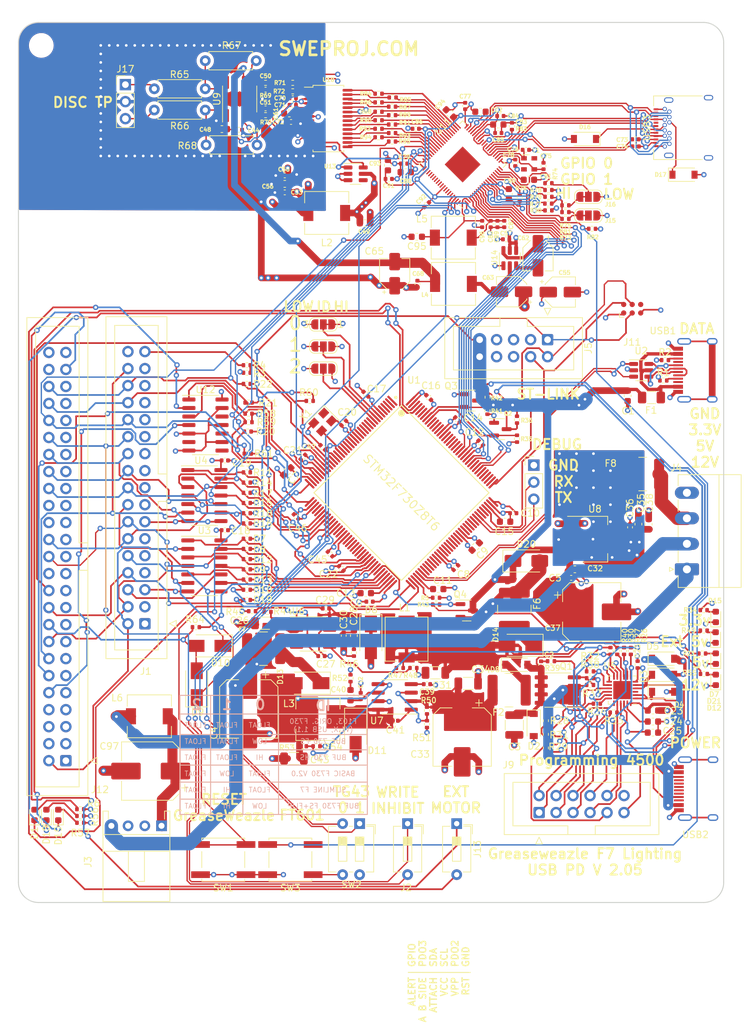
<source format=kicad_pcb>
(kicad_pcb
	(version 20240108)
	(generator "pcbnew")
	(generator_version "8.0")
	(general
		(thickness 1.6)
		(legacy_teardrops no)
	)
	(paper "E")
	(title_block
		(title "Greaseweazle F7 Lighting, USB PD")
		(date "2024-08-25")
		(rev "2.04")
		(company "SweProj.com")
	)
	(layers
		(0 "F.Cu" signal)
		(1 "In1.Cu" power)
		(2 "In2.Cu" power)
		(31 "B.Cu" signal)
		(32 "B.Adhes" user "B.Adhesive")
		(33 "F.Adhes" user "F.Adhesive")
		(34 "B.Paste" user)
		(35 "F.Paste" user)
		(36 "B.SilkS" user "B.Silkscreen")
		(37 "F.SilkS" user "F.Silkscreen")
		(38 "B.Mask" user)
		(39 "F.Mask" user)
		(40 "Dwgs.User" user "User.Drawings")
		(41 "Cmts.User" user "User.Comments")
		(42 "Eco1.User" user "User.Eco1")
		(43 "Eco2.User" user "User.Eco2")
		(44 "Edge.Cuts" user)
		(45 "Margin" user)
		(46 "B.CrtYd" user "B.Courtyard")
		(47 "F.CrtYd" user "F.Courtyard")
		(48 "B.Fab" user)
		(49 "F.Fab" user)
	)
	(setup
		(stackup
			(layer "F.SilkS"
				(type "Top Silk Screen")
			)
			(layer "F.Paste"
				(type "Top Solder Paste")
			)
			(layer "F.Mask"
				(type "Top Solder Mask")
				(thickness 0.01)
			)
			(layer "F.Cu"
				(type "copper")
				(thickness 0.035)
			)
			(layer "dielectric 1"
				(type "core")
				(thickness 0.48)
				(material "FR4")
				(epsilon_r 4.5)
				(loss_tangent 0.02)
			)
			(layer "In1.Cu"
				(type "copper")
				(thickness 0.035)
			)
			(layer "dielectric 2"
				(type "prepreg")
				(thickness 0.48)
				(material "FR4")
				(epsilon_r 4.5)
				(loss_tangent 0.02)
			)
			(layer "In2.Cu"
				(type "copper")
				(thickness 0.035)
			)
			(layer "dielectric 3"
				(type "core")
				(thickness 0.48)
				(material "FR4")
				(epsilon_r 4.5)
				(loss_tangent 0.02)
			)
			(layer "B.Cu"
				(type "copper")
				(thickness 0.035)
			)
			(layer "B.Mask"
				(type "Bottom Solder Mask")
				(thickness 0.01)
			)
			(layer "B.Paste"
				(type "Bottom Solder Paste")
			)
			(layer "B.SilkS"
				(type "Bottom Silk Screen")
			)
			(copper_finish "None")
			(dielectric_constraints no)
		)
		(pad_to_mask_clearance 0)
		(allow_soldermask_bridges_in_footprints no)
		(pcbplotparams
			(layerselection 0x00010fc_ffffffff)
			(plot_on_all_layers_selection 0x0000000_00000000)
			(disableapertmacros no)
			(usegerberextensions no)
			(usegerberattributes yes)
			(usegerberadvancedattributes yes)
			(creategerberjobfile yes)
			(dashed_line_dash_ratio 12.000000)
			(dashed_line_gap_ratio 3.000000)
			(svgprecision 6)
			(plotframeref no)
			(viasonmask no)
			(mode 1)
			(useauxorigin no)
			(hpglpennumber 1)
			(hpglpenspeed 20)
			(hpglpendiameter 15.000000)
			(pdf_front_fp_property_popups yes)
			(pdf_back_fp_property_popups yes)
			(dxfpolygonmode yes)
			(dxfimperialunits yes)
			(dxfusepcbnewfont yes)
			(psnegative no)
			(psa4output no)
			(plotreference yes)
			(plotvalue yes)
			(plotfptext yes)
			(plotinvisibletext no)
			(sketchpadsonfab no)
			(subtractmaskfromsilk no)
			(outputformat 1)
			(mirror no)
			(drillshape 0)
			(scaleselection 1)
			(outputdirectory "Greaseweazle_V1.01")
		)
	)
	(net 0 "")
	(net 1 "Net-(D2-K)")
	(net 2 "Net-(C2-Pad2)")
	(net 3 "Net-(U1A-VDD12OTGHS)")
	(net 4 "+12V")
	(net 5 "+3V3")
	(net 6 "+5VA")
	(net 7 "Net-(U1A-VCAP_1)")
	(net 8 "Net-(U1A-VCAP_2)")
	(net 9 "Net-(U5-VREG_2V7)")
	(net 10 "/Power_USB/USB_POWER")
	(net 11 "Net-(U5-VREG_1V2)")
	(net 12 "Net-(U6-SS)")
	(net 13 "Net-(U6-COMP)")
	(net 14 "Net-(C28-Pad2)")
	(net 15 "Net-(D6-K)")
	(net 16 "Net-(U6-BOOT)")
	(net 17 "Net-(D14-A)")
	(net 18 "Net-(U7-SS)")
	(net 19 "+24V")
	(net 20 "+5V")
	(net 21 "Net-(U7-COMP)")
	(net 22 "Net-(D11-K)")
	(net 23 "Net-(C40-Pad2)")
	(net 24 "Net-(U7-BOOT)")
	(net 25 "Net-(D13-A)")
	(net 26 "Net-(U10-SENSE)")
	(net 27 "Net-(U10-VIN+)")
	(net 28 "Net-(U10-VIN-)")
	(net 29 "/LED1")
	(net 30 "/Power_USB/CC2")
	(net 31 "/Power_USB/CC1")
	(net 32 "Net-(U10-REFT)")
	(net 33 "Net-(U10-REFB)")
	(net 34 "Net-(U14-CAP+)")
	(net 35 "Net-(U14-CAP-)")
	(net 36 "Net-(U14-OUT)")
	(net 37 "Net-(U11-T0DN)")
	(net 38 "Net-(U11-T0DP)")
	(net 39 "/~{RDY}")
	(net 40 "/~{WR_PROT}")
	(net 41 "/~{TRK_00}")
	(net 42 "/~{INDEX}")
	(net 43 "Net-(U11-XI)")
	(net 44 "Net-(U11-XO)")
	(net 45 "/SWDIO")
	(net 46 "/SWCLK")
	(net 47 "/ID2")
	(net 48 "Net-(J3-Pin_1)")
	(net 49 "/Power_USB/RST")
	(net 50 "/Power_USB/POWER_PDO2")
	(net 51 "VPP")
	(net 52 "/Power_USB/SCL")
	(net 53 "/Power_USB/SDA")
	(net 54 "/Power_USB/ATTACH")
	(net 55 "/Power_USB/POWER_PDO3")
	(net 56 "/Power_USB/A_B_SIDE")
	(net 57 "/Power_USB/GPIO")
	(net 58 "/Power_USB/ALERT")
	(net 59 "Net-(D1-A)")
	(net 60 "Net-(D7-A)")
	(net 61 "Net-(D8-K)")
	(net 62 "/~{FLIPPY}")
	(net 63 "Net-(D12-A)")
	(net 64 "/~{DENS}")
	(net 65 "/SPARE1")
	(net 66 "/SPARE2")
	(net 67 "/~{M0}")
	(net 68 "/~{DS1}")
	(net 69 "/~{DS0}")
	(net 70 "/~{DIR}")
	(net 71 "/~{STEP}")
	(net 72 "/~{WR_DAT}")
	(net 73 "/~{WR_GATE}")
	(net 74 "/~{SIDE}")
	(net 75 "Net-(D13-K)")
	(net 76 "Net-(D14-K)")
	(net 77 "Net-(D15-A)")
	(net 78 "Net-(D16-K)")
	(net 79 "Net-(D17-K)")
	(net 80 "Net-(U2-VBUS)")
	(net 81 "Net-(J4-Pin_3)")
	(net 82 "/~{M1}")
	(net 83 "/USB_D+")
	(net 84 "/USB_D-")
	(net 85 "Net-(J1-Pin_6)")
	(net 86 "Net-(J1-Pin_33)")
	(net 87 "unconnected-(J5-Pin_3-Pad3)")
	(net 88 "nRST")
	(net 89 "/RX")
	(net 90 "/TX")
	(net 91 "unconnected-(J11-Pin_6-Pad6)")
	(net 92 "unconnected-(J12-Pin_4-Pad4)")
	(net 93 "unconnected-(J12-Pin_6-Pad6)")
	(net 94 "unconnected-(J12-Pin_8-Pad8)")
	(net 95 "/~{FD2S}")
	(net 96 "/~{DC}")
	(net 97 "unconnected-(J12-Pin_24-Pad24)")
	(net 98 "/~{DISKCHANGE}")
	(net 99 "/~{DRIVE2}")
	(net 100 "/~{DRIVE3}")
	(net 101 "unconnected-(J12-Pin_50-Pad50)")
	(net 102 "Net-(J15-Pin_1)")
	(net 103 "Net-(J16-Pin_1)")
	(net 104 "Net-(J17-Pin_1)")
	(net 105 "Net-(J17-Pin_3)")
	(net 106 "/BE_0")
	(net 107 "Net-(Q1-G)")
	(net 108 "Net-(USB1-CC1)")
	(net 109 "Net-(USB1-CC2)")
	(net 110 "Net-(U1A-OTG_HS_REXT)")
	(net 111 "Net-(U5-VBUS_VS_DISCH)")
	(net 112 "Net-(U5-VBUS_EN_SNK)")
	(net 113 "/AD_USB/TX+")
	(net 114 "Net-(U5-DISCH)")
	(net 115 "Net-(U6-EN)")
	(net 116 "Net-(U6-VSENSE)")
	(net 117 "Net-(U7-EN)")
	(net 118 "Net-(U7-VSENSE)")
	(net 119 "Net-(U9-+IN)")
	(net 120 "Net-(U9--IN)")
	(net 121 "Net-(U9--OUT)")
	(net 122 "Net-(U9-+OUT)")
	(net 123 "Net-(U10-MODE)")
	(net 124 "Net-(U11-GPIO0)")
	(net 125 "Net-(U11-GPIO1)")
	(net 126 "Net-(U11-WAKEUP_N)")
	(net 127 "Net-(U11-SIWU_N)")
	(net 128 "Net-(U11-OE_N)")
	(net 129 "Net-(U11-RD_N)")
	(net 130 "Net-(U11-WR_N)")
	(net 131 "Net-(U11-RREF)")
	(net 132 "Net-(U11-DATA_0)")
	(net 133 "Net-(U11-DATA_1)")
	(net 134 "Net-(U11-DATA_2)")
	(net 135 "Net-(U11-DATA_3)")
	(net 136 "Net-(U11-DATA_4)")
	(net 137 "Net-(U11-DATA_5)")
	(net 138 "Net-(U11-DATA_6)")
	(net 139 "Net-(U11-DATA_7)")
	(net 140 "Net-(U11-DATA_8)")
	(net 141 "Net-(U11-DATA_9)")
	(net 142 "Net-(U11-DATA_10)")
	(net 143 "Net-(U11-DATA_11)")
	(net 144 "unconnected-(U1C-PE2-Pad1)")
	(net 145 "unconnected-(U1C-PE3-Pad2)")
	(net 146 "unconnected-(U1C-PE4-Pad3)")
	(net 147 "unconnected-(U1C-PE5-Pad4)")
	(net 148 "unconnected-(U1C-PE6-Pad5)")
	(net 149 "unconnected-(U1C-PF0-Pad10)")
	(net 150 "unconnected-(U1C-PF1-Pad11)")
	(net 151 "unconnected-(U1C-PF2-Pad12)")
	(net 152 "unconnected-(U1C-PF3-Pad13)")
	(net 153 "unconnected-(U1C-PF4-Pad14)")
	(net 154 "unconnected-(U1C-PF5-Pad15)")
	(net 155 "unconnected-(U1C-PF6-Pad18)")
	(net 156 "unconnected-(U1C-PF7-Pad19)")
	(net 157 "unconnected-(U1C-PF8-Pad20)")
	(net 158 "unconnected-(U1C-PF9-Pad21)")
	(net 159 "unconnected-(U1C-PF10-Pad22)")
	(net 160 "Net-(U1C-PH0)")
	(net 161 "unconnected-(U1C-PH1-Pad24)")
	(net 162 "unconnected-(U1B-PC0-Pad26)")
	(net 163 "unconnected-(U1B-PA4-Pad40)")
	(net 164 "unconnected-(U1B-PA5-Pad41)")
	(net 165 "unconnected-(U1B-PC5-Pad45)")
	(net 166 "unconnected-(U1C-PF11-Pad49)")
	(net 167 "unconnected-(U1C-PF12-Pad50)")
	(net 168 "unconnected-(U1C-PF13-Pad53)")
	(net 169 "unconnected-(U1C-PF14-Pad54)")
	(net 170 "unconnected-(U1C-PF15-Pad55)")
	(net 171 "unconnected-(U1C-PG0-Pad56)")
	(net 172 "unconnected-(U1C-PG1-Pad57)")
	(net 173 "unconnected-(U1C-PE7-Pad58)")
	(net 174 "unconnected-(U1C-PE8-Pad59)")
	(net 175 "unconnected-(J12-Pin_43-Pad43)")
	(net 176 "/~{EXT_MOTOR}")
	(net 177 "unconnected-(U1B-PD8-Pad79)")
	(net 178 "unconnected-(U1B-PD9-Pad80)")
	(net 179 "unconnected-(U1B-PD10-Pad81)")
	(net 180 "SCL_3V3")
	(net 181 "SDA_3V3")
	(net 182 "/P_STUSB")
	(net 183 "/~{MOTOR_EN}")
	(net 184 "unconnected-(U1B-PD11-Pad82)")
	(net 185 "unconnected-(U1B-PD12-Pad83)")
	(net 186 "unconnected-(U1B-PD13-Pad84)")
	(net 187 "unconnected-(U1B-PD14-Pad87)")
	(net 188 "unconnected-(U1B-PD15-Pad88)")
	(net 189 "unconnected-(U1C-PG2-Pad89)")
	(net 190 "unconnected-(U1C-PG3-Pad90)")
	(net 191 "unconnected-(U1C-PG4-Pad91)")
	(net 192 "unconnected-(U1C-PG5-Pad92)")
	(net 193 "unconnected-(U1C-PG8-Pad93)")
	(net 194 "unconnected-(U1B-PC6-Pad96)")
	(net 195 "unconnected-(U1B-PC7-Pad97)")
	(net 196 "unconnected-(U1B-PC8-Pad98)")
	(net 197 "unconnected-(U1B-PC9-Pad99)")
	(net 198 "unconnected-(U1B-PA8-Pad100)")
	(net 199 "unconnected-(U1B-PA11-Pad103)")
	(net 200 "unconnected-(U1B-PA12-Pad104)")
	(net 201 "unconnected-(U1B-PA15-Pad110)")
	(net 202 "unconnected-(U1B-PC10-Pad111)")
	(net 203 "unconnected-(U1B-PC11-Pad112)")
	(net 204 "/BE_1")
	(net 205 "/BE_2")
	(net 206 "/BE_3")
	(net 207 "/TXE_N")
	(net 208 "+3.3VADC")
	(net 209 "unconnected-(U1B-PC12-Pad113)")
	(net 210 "unconnected-(U1B-PD0-Pad114)")
	(net 211 "-3V3")
	(net 212 "/~{DENSEL}")
	(net 213 "/INUSE")
	(net 214 "/~{M0_EN}")
	(net 215 "/~{DRIVE1}")
	(net 216 "/~{DRIVE0}")
	(net 217 "/~{M1_EN}")
	(net 218 "/~{DIRECTION}")
	(net 219 "/~{STEPS}")
	(net 220 "/~{WR_DATA}")
	(net 221 "/~{WR_GATE_OUT}")
	(net 222 "/~{SIDE_SEL}")
	(net 223 "unconnected-(U1B-PD3-Pad117)")
	(net 224 "/RXE_N")
	(net 225 "unconnected-(U1C-PG9-Pad124)")
	(net 226 "Net-(J2-Pad2)")
	(net 227 "unconnected-(U1C-PG10-Pad125)")
	(net 228 "unconnected-(U1C-PG11-Pad126)")
	(net 229 "unconnected-(U1C-PG12-Pad127)")
	(net 230 "unconnected-(U1C-PG13-Pad128)")
	(net 231 "unconnected-(U1C-PG14-Pad129)")
	(net 232 "unconnected-(U1C-PG15-Pad132)")
	(net 233 "unconnected-(U1B-PB3-Pad133)")
	(net 234 "/AD_USB/D+")
	(net 235 "/AD_USB/D-")
	(net 236 "/AD_USB/RX-")
	(net 237 "unconnected-(U1B-PB4-Pad134)")
	(net 238 "unconnected-(U1B-PB5-Pad135)")
	(net 239 "/~{RD_DATA}")
	(net 240 "/PA0")
	(net 241 "/PA1")
	(net 242 "/AD/CLK_60MHz")
	(net 243 "/PA2")
	(net 244 "/PA3")
	(net 245 "unconnected-(U1B-PB8-Pad139)")
	(net 246 "unconnected-(U1B-PB9-Pad140)")
	(net 247 "/PA4")
	(net 248 "/PA5")
	(net 249 "/PA6")
	(net 250 "/PA7")
	(net 251 "/PA8")
	(net 252 "/PA9")
	(net 253 "/PA10")
	(net 254 "/PA11")
	(net 255 "unconnected-(Y1-Pad2)")
	(net 256 "unconnected-(Y1-Pad4)")
	(net 257 "/~{TG43_0}")
	(net 258 "/~{TG43_1}")
	(net 259 "/AD_USB/RX+")
	(net 260 "/LED2")
	(net 261 "/LED3")
	(net 262 "Net-(USB1-DP1)")
	(net 263 "Net-(USB1-DN1)")
	(net 264 "unconnected-(U5-NC-Pad3)")
	(net 265 "/AD_USB/VD10")
	(net 266 "/AD_USB/VCCIO")
	(net 267 "/AD_USB/AVDD")
	(net 268 "unconnected-(U9-NC-Pad7)")
	(net 269 "unconnected-(U10-OTR-Pad1)")
	(net 270 "Net-(U11-CLK)")
	(net 271 "unconnected-(U11-DATA_16-Pad60)")
	(net 272 "/AD_USB/FT_RST")
	(net 273 "GND")
	(net 274 "unconnected-(U13-Pad4)")
	(net 275 "unconnected-(U11-DATA_17-Pad61)")
	(net 276 "unconnected-(U11-DATA_18-Pad62)")
	(net 277 "unconnected-(U11-DATA_19-Pad63)")
	(net 278 "unconnected-(U11-DATA_20-Pad64)")
	(net 279 "unconnected-(U11-DATA_21-Pad65)")
	(net 280 "unconnected-(U11-DATA_22-Pad66)")
	(net 281 "unconnected-(U11-DATA_23-Pad67)")
	(net 282 "unconnected-(U11-DATA_24-Pad69)")
	(net 283 "unconnected-(U11-DATA_25-Pad70)")
	(net 284 "unconnected-(U11-DATA_26-Pad71)")
	(net 285 "unconnected-(U11-DATA_27-Pad72)")
	(net 286 "unconnected-(U11-DATA_31-Pad76)")
	(net 287 "unconnected-(U11-EXP-Pad77)")
	(net 288 "unconnected-(USB1-SBU2-Pad3)")
	(net 289 "unconnected-(USB1-SBU1-Pad9)")
	(net 290 "unconnected-(USB1-SHIELD-Pad13)")
	(net 291 "unconnected-(USB2-SBU2-Pad3)")
	(net 292 "unconnected-(USB2-DN2-Pad5)")
	(net 293 "unconnected-(USB2-DP1-Pad6)")
	(net 294 "unconnected-(USB2-DN1-Pad7)")
	(net 295 "unconnected-(USB2-DP2-Pad8)")
	(net 296 "unconnected-(USB2-SBU1-Pad9)")
	(net 297 "unconnected-(USB3-SBU1-PadA8)")
	(net 298 "unconnected-(USB3-SBU2-PadB8)")
	(net 299 "/AD_USB/VBUS")
	(net 300 "/AD_USB/TX-")
	(net 301 "unconnected-(X1-Tri-State-Pad1)")
	(net 302 "Net-(D18-A)")
	(net 303 "Net-(D19-A)")
	(net 304 "Net-(J13-Pad2)")
	(net 305 "/~{MOTOR2}")
	(net 306 "/~{FD2}")
	(net 307 "unconnected-(U12-Pad6)")
	(net 308 "unconnected-(U12-Pad8)")
	(net 309 "unconnected-(U12-Pad10)")
	(net 310 "unconnected-(U12-Pad12)")
	(net 311 "unconnected-(J12-Pin_48-Pad48)")
	(net 312 "Net-(D21-A)")
	(net 313 "unconnected-(USB1-SHIELD-Pad13)_1")
	(net 314 "unconnected-(USB1-SHIELD-Pad13)_2")
	(net 315 "unconnected-(USB1-SHIELD-Pad13)_3")
	(footprint "MountingHole:MountingHole_3.2mm_M3" (layer "F.Cu") (at 192.532 33.02))
	(footprint "MountingHole:MountingHole_3.2mm_M3" (layer "F.Cu") (at 192.532 157.48))
	(footprint "MountingHole:MountingHole_3.2mm_M3" (layer "F.Cu") (at 93.98 33.02))
	(footprint "Capacitor_SMD:C_0402_1005Metric" (layer "F.Cu") (at 136.060589 93.060589 135))
	(footprint "Capacitor_SMD:C_0603_1608Metric" (layer "F.Cu") (at 181.642 85.344 90))
	(footprint "Capacitor_SMD:C_0402_1005Metric" (layer "F.Cu") (at 168.7 125.476 90))
	(footprint "Capacitor_SMD:C_1210_3225Metric" (layer "F.Cu") (at 164.7 134.5 -90))
	(footprint "Capacitor_SMD:C_0402_1005Metric" (layer "F.Cu") (at 143.06 116.078 180))
	(footprint "Capacitor_SMD:C_0402_1005Metric" (layer "F.Cu") (at 155.956 110.998 -135))
	(footprint "Capacitor_SMD:C_0603_1608Metric" (layer "F.Cu") (at 158.9278 107.8484 -135))
	(footprint "Capacitor_SMD:C_0402_1005Metric" (layer "F.Cu") (at 164.5412 102.87 180))
	(footprint "Capacitor_SMD:C_0603_1608Metric" (layer "F.Cu") (at 153.325 114.2))
	(footprint "Capacitor_SMD:C_0402_1005Metric" (layer "F.Cu") (at 159.680589 92.370589 -45))
	(footprint "Capacitor_SMD:C_0603_1608Metric" (layer "F.Cu") (at 142.494 114.808 180))
	(footprint "Capacitor_SMD:C_0402_1005Metric" (layer "F.Cu") (at 156.21 88.9 -45))
	(footprint "Capacitor_SMD:C_0603_1608Metric" (layer "F.Cu") (at 163.322 104.14))
	(footprint "Capacitor_SMD:C_0402_1005Metric" (layer "F.Cu") (at 151.892 85.598 -45))
	(footprint "Capacitor_SMD:C_0402_1005Metric" (layer "F.Cu") (at 142.494 85.09 135))
	(footprint "Capacitor_SMD:C_0402_1005Metric" (layer "F.Cu") (at 121.412 105.41))
	(footprint "Capacitor_SMD:C_0402_1005Metric" (layer "F.Cu") (at 121.412 94.996))
	(footprint "Capacitor_SMD:C_0402_1005Metric" (layer "F.Cu") (at 139.192 89.408 45))
	(footprint "Capacitor_SMD:C_0402_1005Metric" (layer "F.Cu") (at 133.096 94.488 -135))
	(footprint "Capacitor_SMD:C_0402_1005Metric" (layer "F.Cu") (at 138.811 111.125 135))
	(footprint "Capacitor_SMD:C_0603_1608Metric" (layer "F.Cu") (at 185.42 132.334))
	(footprint "Capacitor_SMD:C_0603_1608Metric" (layer "F.Cu") (at 185.42 133.985))
	(footprint "Capacitor_SMD:C_0603_1608Metric" (layer "F.Cu") (at 185.42 135.636))
	(footprint "Capacitor_SMD:C_1206_3216Metric" (layer "F.Cu") (at 127.4 119.3 180))
	(footprint "Capacitor_SMD:C_0402_1005Metric" (layer "F.Cu") (at 135.862 124.206))
	(footprint "Capacitor_SMD:C_0603_1608Metric" (layer "F.Cu") (at 140.716 121.158 -90))
	(footprint "Capacitor_SMD:C_0402_1005Metric" (layer "F.Cu") (at 136.535 117.1 180))
	(footprint "Capacitor_SMD:C_0402_1005Metric" (layer "F.Cu") (at 139.192 121.158 -90))
	(footprint "Capacitor_SMD:C_1206_3216Metric" (layer "F.Cu") (at 152.9 126.7 180))
	(footprint "Capacitor_SMD:CP_Elec_8x10.5" (layer "F.Cu") (at 156.9 136.3 -90))
	(footprint "Capacitor_SMD:C_1206_3216Metric" (layer "F.Cu") (at 157.8 128.3))
	(footprint "Capacitor_SMD:C_0402_1005Metric" (layer "F.Cu") (at 151.638 128.4))
	(footprint "Capacitor_SMD:C_0603_1608Metric" (layer "F.Cu") (at 140.208 130.048 90))
	(footprint "Capacitor_SMD:C_0402_1005Metric" (layer "F.Cu") (at 146.812 133.858))
	(footprint "Capacitor_SMD:C_0402_1005Metric" (layer "F.Cu") (at 141.732 130.175 90))
	(footprint "Diode_SMD:D_SOD-123" (layer "F.Cu") (at 167.6 134.5 -90))
	(footprint "Diode_SMD:D_SOD-123" (layer "F.Cu") (at 186.944 127))
	(footprint "Diode_SMD:D_SOD-123" (layer "F.Cu") (at 186.944 129.54))
	(footprint "Diode_SMD:D_SMA"
		(layer "F.Cu")
		(uuid "00000000-0000-0000-0000-000060f2a8e3")
		(at 143.256 121.412 -90)
		(descr "Diode SMA (DO-214AC)")
		(tags "Diode SMA (DO-214AC)")
		(property "Reference" "D6"
			(at -4.112 -0.044 180)
			(layer "F.SilkS")
			(uuid "dfdcaf55-46e3-417c-8173-1ec330be0718")
			(effects
				(font
					(size 1 1)
					(thickness 0.15)
				)
			)
		)
		(property "Value" "B340A-13-F"
			(at 0 2.6 90)
			(layer "F.Fab")
			(uuid "c3b21ddd-9278-4e2d-b384-0e89e132c254")
			(effects
				(font
					(size 1 1)
					(thickness 0.15)
				)
			)
		)
		(property "Footprint" "Diode_SMD:D_SMA"
			(at 0 0 -90)
			(layer "F.Fab")
			(hide yes)
			(uuid "68fbccf4-7f38-460a-98dd-6c6a08881ef4")
			(effects
				(font
					(size 1.27 1.27)
					(thickness 0.15)
				)
			)
		)
		(property "Datasheet" ""
			(at 0 0 -90)
			(layer "F.Fab")
			(hide yes)
			(uuid "568538e5-ff91-4efc-8628-20af4eadb2fa")
			(effects
				(font
					(size 1.27 1.27)
					(thickness 0.15)
				)
			)
		)
		(property "Description" ""
			(at 0 0 -90)
			(layer "F.Fab")
			(hide yes)
			(uuid "29230a0f-2d29-4c04-ad47-8c79eeb3b698")
			(effects
				(font
					(size 1.27 1.27)
					(thickness 0.15)
				)
			)
		)
		(property "LCSC" "C26178"
			(at 21.844 264.668 0)
			(layer "F.Fab")
			(hide yes)
			(uuid "1f753531-3034-4e66-a0a4-9e3024b86feb")
			(effects
				(font
					(size 1 1)
					(thickness 0.15)
				)
			)
		)
		(property ki_fp_filters "TO-???* *_Diode_* *SingleDiode* D_*")
		(path "/00000000-0000-0000-0000-0000619586c3/00000000-0000-0000-0000-000061d9673d")
		(sheetname "Power")
		(sheetfile "Power.kicad_sch")
		(attr smd)
		(fp_line
			(start -3.4 1.65)
			(end 2 1.65)
			(stroke
				(width 0.12)
				(type solid)
			)
			(layer "F.SilkS")
			(uuid "219679b5-a2ba-4658-8270-51f8df0fe4e0")
		)
		(fp_line
			(start -3.4 -1.65)
			(end -3.4 1.65)
			(stroke
				(width 0.12)
				(type solid)
			)
			(layer "F.SilkS")
			(uuid "9e8978b4-3a4e-4875-960b-68678b6ac8a9")
		)
		(fp_line
			(start -3.4 -1.65)
			(end 2 -1.65)
			(stroke
				(width 0.12)
				(type solid)
			)
			(layer "F.SilkS")
			(uuid "d62bbf6c-bcf2-4b7a-9470-80c869ae73db")
		)
		(fp_line
			(start -3.5 1.75)
			(end -3.5 -1.75)
			(stroke
				(width 0.05)
				(type solid)
			)
			(layer "F.CrtYd")
			(uuid "59cf2201-90be-4e45-8f63-6252d365da51")
		)
		(fp_line
			(start 3.5 1.75)
			(end -3.5 1.75)
			(stroke
				(width 0.05)
				(type solid)
			)
			(layer "F.CrtYd")
			(uuid "c26854a1-4ebe-49b3-84f9-0c4d0263f8d5")
		)
		(fp_line
			(start -3.5 -1.75)
			(end 3.5 -1.75)
			(stroke
				(width 0.05)
				(type solid)
			)
			(layer "F.CrtYd")
			(uuid "f3e0c9d1-e98a-43f3-90c1-c82a5b09cb01")
		)
		(fp_line
			(start 3.5 -1.75)
			(end 3.5 1.75)
			(stroke
				(width 0.05)
				(type solid)
			)
			(layer "F.CrtYd")
			(uuid "4244f2cf-53fb-48c6-88ac-de581a83aeb5")
		)
		(fp_line
			(start -2.3 1.5)
			(end -2.3 -1.5)
			(stroke
				(width 0.1)
				(type solid)
			)
			(layer "F.Fab")
			(uuid "5c927ac0-bc51-4701-b0e2-457f79312948")
		)
		(fp_line
			(start 2.3 1.5)
			(end -2.3 1.5)
			(stroke
				(width 0.1)
				(type solid)
			)
			(layer "F.Fab")
			(uuid "871e815c-5322-46c7-ab2b-60fc8caf80ab")
		)
		(fp_line
			(start 0.50118 0.75032)
			(end 0.50118 -0.79908)
			(stroke
				(width 0.1)
				(type solid)
			)
			(layer "F.Fab")
			(uuid "ffbad7ae-a356-4e7f-934a-cdccba298ffc")
		)
		(fp_line
			(start -0.64944 0.00102)
			(end 0.50118 0.75032)
			(stroke
				(width 0.1)
				(type solid)
			)
			(layer "F.Fab")
			(uuid "c4797346-43bb-4455-a71b-1e7835468a76")
		)
		(fp_line
			(start -0.64944 0.00
... [3043963 chars truncated]
</source>
